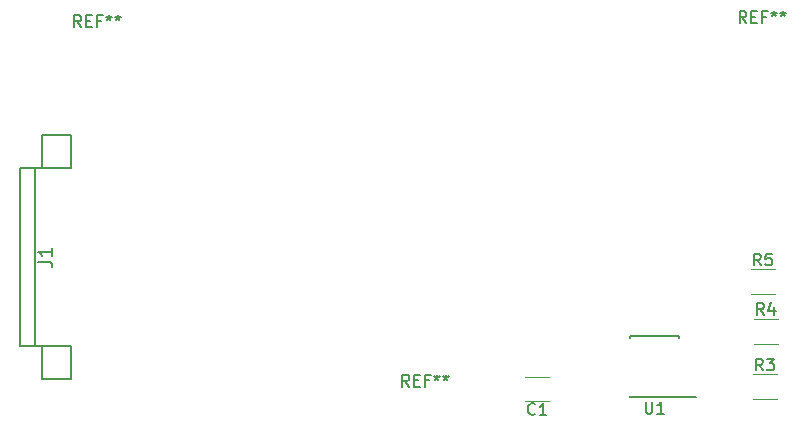
<source format=gbr>
G04 #@! TF.FileFunction,Legend,Top*
%FSLAX46Y46*%
G04 Gerber Fmt 4.6, Leading zero omitted, Abs format (unit mm)*
G04 Created by KiCad (PCBNEW 4.0.7-e2-6376~60~ubuntu17.10.1) date Thu Apr  5 12:59:18 2018*
%MOMM*%
%LPD*%
G01*
G04 APERTURE LIST*
%ADD10C,0.100000*%
%ADD11C,0.120000*%
%ADD12C,0.150000*%
G04 APERTURE END LIST*
D10*
D11*
X46132240Y6660960D02*
X48132240Y6660960D01*
X48132240Y8700960D02*
X46132240Y8700960D01*
X67245740Y15678760D02*
X65245740Y15678760D01*
X65245740Y17818760D02*
X67245740Y17818760D01*
X67512440Y11500460D02*
X65512440Y11500460D01*
X65512440Y13640460D02*
X67512440Y13640460D01*
X67423540Y6788760D02*
X65423540Y6788760D01*
X65423540Y8928760D02*
X67423540Y8928760D01*
D12*
X3362800Y11356960D02*
X3362800Y26356960D01*
X4612800Y11356960D02*
X4612800Y26356960D01*
X4612800Y11356960D02*
X7637800Y11356960D01*
X4612800Y26356960D02*
X7637800Y26356960D01*
X7637800Y11356960D02*
X7637800Y8506960D01*
X7637800Y26356960D02*
X7637800Y29206960D01*
X7637800Y8506960D02*
X5187800Y8506960D01*
X7637800Y29206960D02*
X5187800Y29206960D01*
X5187800Y8506960D02*
X5187800Y11356960D01*
X5187800Y29206960D02*
X5187800Y26356960D01*
X5187800Y11356960D02*
X3362800Y11356960D01*
X5187800Y26356960D02*
X3362800Y26356960D01*
X59164040Y6972860D02*
X59164040Y7022860D01*
X55014040Y6972860D02*
X55014040Y7117860D01*
X55014040Y12122860D02*
X55014040Y11977860D01*
X59164040Y12122860D02*
X59164040Y11977860D01*
X59164040Y6972860D02*
X55014040Y6972860D01*
X59164040Y12122860D02*
X55014040Y12122860D01*
X59164040Y7022860D02*
X60564040Y7022860D01*
X8537107Y38318179D02*
X8203773Y38794370D01*
X7965678Y38318179D02*
X7965678Y39318179D01*
X8346631Y39318179D01*
X8441869Y39270560D01*
X8489488Y39222941D01*
X8537107Y39127703D01*
X8537107Y38984846D01*
X8489488Y38889608D01*
X8441869Y38841989D01*
X8346631Y38794370D01*
X7965678Y38794370D01*
X8965678Y38841989D02*
X9299012Y38841989D01*
X9441869Y38318179D02*
X8965678Y38318179D01*
X8965678Y39318179D01*
X9441869Y39318179D01*
X10203774Y38841989D02*
X9870440Y38841989D01*
X9870440Y38318179D02*
X9870440Y39318179D01*
X10346631Y39318179D01*
X10870440Y39318179D02*
X10870440Y39080084D01*
X10632345Y39175322D02*
X10870440Y39080084D01*
X11108536Y39175322D01*
X10727583Y38889608D02*
X10870440Y39080084D01*
X11013298Y38889608D01*
X11632345Y39318179D02*
X11632345Y39080084D01*
X11394250Y39175322D02*
X11632345Y39080084D01*
X11870441Y39175322D01*
X11489488Y38889608D02*
X11632345Y39080084D01*
X11775203Y38889608D01*
X36306507Y7884579D02*
X35973173Y8360770D01*
X35735078Y7884579D02*
X35735078Y8884579D01*
X36116031Y8884579D01*
X36211269Y8836960D01*
X36258888Y8789341D01*
X36306507Y8694103D01*
X36306507Y8551246D01*
X36258888Y8456008D01*
X36211269Y8408389D01*
X36116031Y8360770D01*
X35735078Y8360770D01*
X36735078Y8408389D02*
X37068412Y8408389D01*
X37211269Y7884579D02*
X36735078Y7884579D01*
X36735078Y8884579D01*
X37211269Y8884579D01*
X37973174Y8408389D02*
X37639840Y8408389D01*
X37639840Y7884579D02*
X37639840Y8884579D01*
X38116031Y8884579D01*
X38639840Y8884579D02*
X38639840Y8646484D01*
X38401745Y8741722D02*
X38639840Y8646484D01*
X38877936Y8741722D01*
X38496983Y8456008D02*
X38639840Y8646484D01*
X38782698Y8456008D01*
X39401745Y8884579D02*
X39401745Y8646484D01*
X39163650Y8741722D02*
X39401745Y8646484D01*
X39639841Y8741722D01*
X39258888Y8456008D02*
X39401745Y8646484D01*
X39544603Y8456008D01*
X64848907Y38673779D02*
X64515573Y39149970D01*
X64277478Y38673779D02*
X64277478Y39673779D01*
X64658431Y39673779D01*
X64753669Y39626160D01*
X64801288Y39578541D01*
X64848907Y39483303D01*
X64848907Y39340446D01*
X64801288Y39245208D01*
X64753669Y39197589D01*
X64658431Y39149970D01*
X64277478Y39149970D01*
X65277478Y39197589D02*
X65610812Y39197589D01*
X65753669Y38673779D02*
X65277478Y38673779D01*
X65277478Y39673779D01*
X65753669Y39673779D01*
X66515574Y39197589D02*
X66182240Y39197589D01*
X66182240Y38673779D02*
X66182240Y39673779D01*
X66658431Y39673779D01*
X67182240Y39673779D02*
X67182240Y39435684D01*
X66944145Y39530922D02*
X67182240Y39435684D01*
X67420336Y39530922D01*
X67039383Y39245208D02*
X67182240Y39435684D01*
X67325098Y39245208D01*
X67944145Y39673779D02*
X67944145Y39435684D01*
X67706050Y39530922D02*
X67944145Y39435684D01*
X68182241Y39530922D01*
X67801288Y39245208D02*
X67944145Y39435684D01*
X68087003Y39245208D01*
X46965574Y5573817D02*
X46917955Y5526198D01*
X46775098Y5478579D01*
X46679860Y5478579D01*
X46537002Y5526198D01*
X46441764Y5621436D01*
X46394145Y5716674D01*
X46346526Y5907150D01*
X46346526Y6050008D01*
X46394145Y6240484D01*
X46441764Y6335722D01*
X46537002Y6430960D01*
X46679860Y6478579D01*
X46775098Y6478579D01*
X46917955Y6430960D01*
X46965574Y6383341D01*
X47917955Y5478579D02*
X47346526Y5478579D01*
X47632240Y5478579D02*
X47632240Y6478579D01*
X47537002Y6335722D01*
X47441764Y6240484D01*
X47346526Y6192865D01*
X66079074Y18146379D02*
X65745740Y18622570D01*
X65507645Y18146379D02*
X65507645Y19146379D01*
X65888598Y19146379D01*
X65983836Y19098760D01*
X66031455Y19051141D01*
X66079074Y18955903D01*
X66079074Y18813046D01*
X66031455Y18717808D01*
X65983836Y18670189D01*
X65888598Y18622570D01*
X65507645Y18622570D01*
X66983836Y19146379D02*
X66507645Y19146379D01*
X66460026Y18670189D01*
X66507645Y18717808D01*
X66602883Y18765427D01*
X66840979Y18765427D01*
X66936217Y18717808D01*
X66983836Y18670189D01*
X67031455Y18574950D01*
X67031455Y18336855D01*
X66983836Y18241617D01*
X66936217Y18193998D01*
X66840979Y18146379D01*
X66602883Y18146379D01*
X66507645Y18193998D01*
X66460026Y18241617D01*
X66345774Y13968079D02*
X66012440Y14444270D01*
X65774345Y13968079D02*
X65774345Y14968079D01*
X66155298Y14968079D01*
X66250536Y14920460D01*
X66298155Y14872841D01*
X66345774Y14777603D01*
X66345774Y14634746D01*
X66298155Y14539508D01*
X66250536Y14491889D01*
X66155298Y14444270D01*
X65774345Y14444270D01*
X67202917Y14634746D02*
X67202917Y13968079D01*
X66964821Y15015698D02*
X66726726Y14301412D01*
X67345774Y14301412D01*
X66256874Y9256379D02*
X65923540Y9732570D01*
X65685445Y9256379D02*
X65685445Y10256379D01*
X66066398Y10256379D01*
X66161636Y10208760D01*
X66209255Y10161141D01*
X66256874Y10065903D01*
X66256874Y9923046D01*
X66209255Y9827808D01*
X66161636Y9780189D01*
X66066398Y9732570D01*
X65685445Y9732570D01*
X66590207Y10256379D02*
X67209255Y10256379D01*
X66875921Y9875427D01*
X67018779Y9875427D01*
X67114017Y9827808D01*
X67161636Y9780189D01*
X67209255Y9684950D01*
X67209255Y9446855D01*
X67161636Y9351617D01*
X67114017Y9303998D01*
X67018779Y9256379D01*
X66733064Y9256379D01*
X66637826Y9303998D01*
X66590207Y9351617D01*
X4880657Y18456960D02*
X5737800Y18456960D01*
X5909229Y18399818D01*
X6023514Y18285532D01*
X6080657Y18114103D01*
X6080657Y17999818D01*
X6080657Y19656961D02*
X6080657Y18971246D01*
X6080657Y19314104D02*
X4880657Y19314104D01*
X5052086Y19199818D01*
X5166371Y19085532D01*
X5223514Y18971246D01*
X56327135Y6595479D02*
X56327135Y5785955D01*
X56374754Y5690717D01*
X56422373Y5643098D01*
X56517611Y5595479D01*
X56708088Y5595479D01*
X56803326Y5643098D01*
X56850945Y5690717D01*
X56898564Y5785955D01*
X56898564Y6595479D01*
X57898564Y5595479D02*
X57327135Y5595479D01*
X57612849Y5595479D02*
X57612849Y6595479D01*
X57517611Y6452622D01*
X57422373Y6357384D01*
X57327135Y6309765D01*
M02*

</source>
